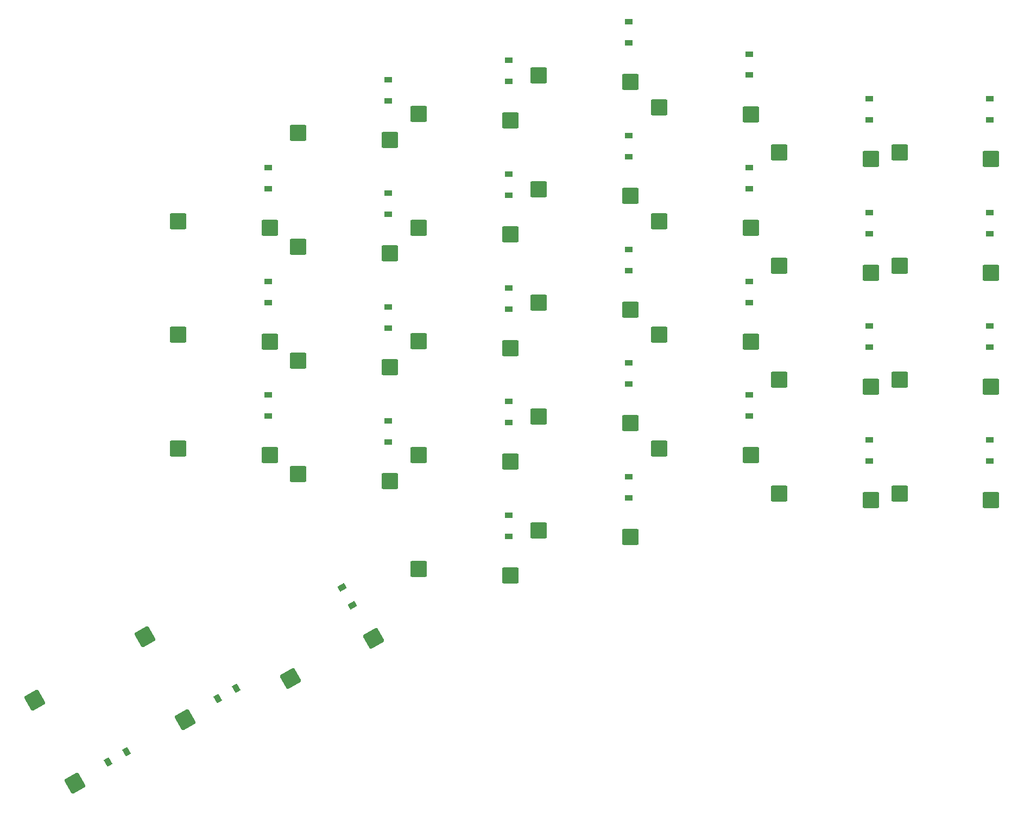
<source format=gbr>
%TF.GenerationSoftware,KiCad,Pcbnew,9.0.7*%
%TF.CreationDate,2026-01-28T22:47:06+01:00*%
%TF.ProjectId,board_right_finished,626f6172-645f-4726-9967-68745f66696e,v1.0.0*%
%TF.SameCoordinates,Original*%
%TF.FileFunction,Paste,Bot*%
%TF.FilePolarity,Positive*%
%FSLAX46Y46*%
G04 Gerber Fmt 4.6, Leading zero omitted, Abs format (unit mm)*
G04 Created by KiCad (PCBNEW 9.0.7) date 2026-01-28 22:47:06*
%MOMM*%
%LPD*%
G01*
G04 APERTURE LIST*
G04 Aperture macros list*
%AMRoundRect*
0 Rectangle with rounded corners*
0 $1 Rounding radius*
0 $2 $3 $4 $5 $6 $7 $8 $9 X,Y pos of 4 corners*
0 Add a 4 corners polygon primitive as box body*
4,1,4,$2,$3,$4,$5,$6,$7,$8,$9,$2,$3,0*
0 Add four circle primitives for the rounded corners*
1,1,$1+$1,$2,$3*
1,1,$1+$1,$4,$5*
1,1,$1+$1,$6,$7*
1,1,$1+$1,$8,$9*
0 Add four rect primitives between the rounded corners*
20,1,$1+$1,$2,$3,$4,$5,0*
20,1,$1+$1,$4,$5,$6,$7,0*
20,1,$1+$1,$6,$7,$8,$9,0*
20,1,$1+$1,$8,$9,$2,$3,0*%
%AMRotRect*
0 Rectangle, with rotation*
0 The origin of the aperture is its center*
0 $1 length*
0 $2 width*
0 $3 Rotation angle, in degrees counterclockwise*
0 Add horizontal line*
21,1,$1,$2,0,0,$3*%
G04 Aperture macros list end*
%ADD10R,1.200000X0.900000*%
%ADD11RotRect,0.900000X1.200000X300.000000*%
%ADD12RotRect,0.900000X1.200000X210.000000*%
%ADD13RoundRect,0.250000X-1.050000X-1.000000X1.050000X-1.000000X1.050000X1.000000X-1.050000X1.000000X0*%
%ADD14RoundRect,0.250000X-1.391025X0.409327X-0.341025X-1.409327X1.391025X-0.409327X0.341025X1.409327X0*%
%ADD15RoundRect,0.250000X-0.409327X-1.391025X1.409327X-0.341025X0.409327X1.391025X-1.409327X0.341025X0*%
G04 APERTURE END LIST*
D10*
%TO.C,D12*%
X236021500Y-73750000D03*
X236021500Y-77050000D03*
%TD*%
%TO.C,D21*%
X198521500Y-92500000D03*
X198521500Y-95800000D03*
%TD*%
%TO.C,D20*%
X198521500Y-110250000D03*
X198521500Y-113550000D03*
%TD*%
%TO.C,D29*%
X161021500Y-91500000D03*
X161021500Y-94800000D03*
%TD*%
%TO.C,D18*%
X198521500Y-145750000D03*
X198521500Y-149050000D03*
%TD*%
%TO.C,D10*%
X236021500Y-109250000D03*
X236021500Y-112550000D03*
%TD*%
%TO.C,D9*%
X236021500Y-127000000D03*
X236021500Y-130300000D03*
%TD*%
%TO.C,D7*%
X254771500Y-98500000D03*
X254771500Y-101800000D03*
%TD*%
%TO.C,D4*%
X273521500Y-80750000D03*
X273521500Y-84050000D03*
%TD*%
%TO.C,D27*%
X161021500Y-127000000D03*
X161021500Y-130300000D03*
%TD*%
%TO.C,D14*%
X217271500Y-122000000D03*
X217271500Y-125300000D03*
%TD*%
%TO.C,D25*%
X179771500Y-95500000D03*
X179771500Y-98800000D03*
%TD*%
D11*
%TO.C,D30*%
X172544600Y-156988958D03*
X174194600Y-159846842D03*
%TD*%
D10*
%TO.C,D24*%
X179771500Y-113250000D03*
X179771500Y-116550000D03*
%TD*%
%TO.C,D11*%
X236021500Y-91500000D03*
X236021500Y-94800000D03*
%TD*%
%TO.C,D13*%
X217271500Y-139750000D03*
X217271500Y-143050000D03*
%TD*%
%TO.C,D6*%
X254771500Y-116250000D03*
X254771500Y-119550000D03*
%TD*%
D12*
%TO.C,D32*%
X138914842Y-182640500D03*
X136056958Y-184290500D03*
%TD*%
D10*
%TO.C,D22*%
X198521500Y-74750000D03*
X198521500Y-78050000D03*
%TD*%
%TO.C,D5*%
X254771500Y-134000000D03*
X254771500Y-137300000D03*
%TD*%
%TO.C,D3*%
X273521500Y-98500000D03*
X273521500Y-101800000D03*
%TD*%
%TO.C,D15*%
X217271500Y-104250000D03*
X217271500Y-107550000D03*
%TD*%
%TO.C,D23*%
X179771500Y-131000000D03*
X179771500Y-134300000D03*
%TD*%
%TO.C,D19*%
X198521500Y-128000000D03*
X198521500Y-131300000D03*
%TD*%
%TO.C,D26*%
X179771500Y-77750000D03*
X179771500Y-81050000D03*
%TD*%
D12*
%TO.C,D31*%
X156062142Y-172740500D03*
X153204258Y-174390500D03*
%TD*%
D10*
%TO.C,D28*%
X161021500Y-109250000D03*
X161021500Y-112550000D03*
%TD*%
%TO.C,D8*%
X254771500Y-80750000D03*
X254771500Y-84050000D03*
%TD*%
%TO.C,D16*%
X217271500Y-86500000D03*
X217271500Y-89800000D03*
%TD*%
%TO.C,D17*%
X217271500Y-68750000D03*
X217271500Y-72050000D03*
%TD*%
%TO.C,D1*%
X273521500Y-134000000D03*
X273521500Y-137300000D03*
%TD*%
%TO.C,D2*%
X273521500Y-116250000D03*
X273521500Y-119550000D03*
%TD*%
D13*
%TO.C,S22*%
X184471500Y-83100000D03*
X198771500Y-84150000D03*
%TD*%
%TO.C,S17*%
X203221500Y-77100000D03*
X217521500Y-78150000D03*
%TD*%
%TO.C,S9*%
X221971500Y-135350000D03*
X236271500Y-136400000D03*
%TD*%
%TO.C,S12*%
X221971500Y-82100000D03*
X236271500Y-83150000D03*
%TD*%
%TO.C,S6*%
X240721500Y-124600000D03*
X255021500Y-125650000D03*
%TD*%
D14*
%TO.C,S32*%
X124658481Y-174647895D03*
X130899154Y-187557059D03*
%TD*%
D13*
%TO.C,S1*%
X259471500Y-142350000D03*
X273771500Y-143400000D03*
%TD*%
%TO.C,S14*%
X203221500Y-130350000D03*
X217521500Y-131400000D03*
%TD*%
%TO.C,S13*%
X203221500Y-148100000D03*
X217521500Y-149150000D03*
%TD*%
%TO.C,S5*%
X240721500Y-142350000D03*
X255021500Y-143400000D03*
%TD*%
%TO.C,S20*%
X184471500Y-118600000D03*
X198771500Y-119650000D03*
%TD*%
D15*
%TO.C,S30*%
X164551895Y-171245319D03*
X177461059Y-165004646D03*
%TD*%
D13*
%TO.C,S15*%
X203221500Y-112600000D03*
X217521500Y-113650000D03*
%TD*%
%TO.C,S3*%
X259471500Y-106850000D03*
X273771500Y-107900000D03*
%TD*%
%TO.C,S8*%
X240721500Y-89100000D03*
X255021500Y-90150000D03*
%TD*%
%TO.C,S26*%
X165721500Y-86100000D03*
X180021500Y-87150000D03*
%TD*%
%TO.C,S28*%
X146971500Y-117600000D03*
X161271500Y-118650000D03*
%TD*%
%TO.C,S29*%
X146971500Y-99850000D03*
X161271500Y-100900000D03*
%TD*%
%TO.C,S18*%
X184471500Y-154100000D03*
X198771500Y-155150000D03*
%TD*%
%TO.C,S10*%
X221971500Y-117600000D03*
X236271500Y-118650000D03*
%TD*%
%TO.C,S2*%
X259471500Y-124600000D03*
X273771500Y-125650000D03*
%TD*%
%TO.C,S16*%
X203221500Y-94850000D03*
X217521500Y-95900000D03*
%TD*%
%TO.C,S11*%
X221971500Y-99850000D03*
X236271500Y-100900000D03*
%TD*%
%TO.C,S4*%
X259471500Y-89100000D03*
X273771500Y-90150000D03*
%TD*%
%TO.C,S7*%
X240721500Y-106850000D03*
X255021500Y-107900000D03*
%TD*%
D14*
%TO.C,S31*%
X141805781Y-164747895D03*
X148046454Y-177657059D03*
%TD*%
D13*
%TO.C,S24*%
X165721500Y-121600000D03*
X180021500Y-122650000D03*
%TD*%
%TO.C,S25*%
X165721500Y-103850000D03*
X180021500Y-104900000D03*
%TD*%
%TO.C,S19*%
X184471500Y-136350000D03*
X198771500Y-137400000D03*
%TD*%
%TO.C,S27*%
X146971500Y-135350000D03*
X161271500Y-136400000D03*
%TD*%
%TO.C,S21*%
X184471500Y-100850000D03*
X198771500Y-101900000D03*
%TD*%
%TO.C,S23*%
X165721500Y-139350000D03*
X180021500Y-140400000D03*
%TD*%
M02*

</source>
